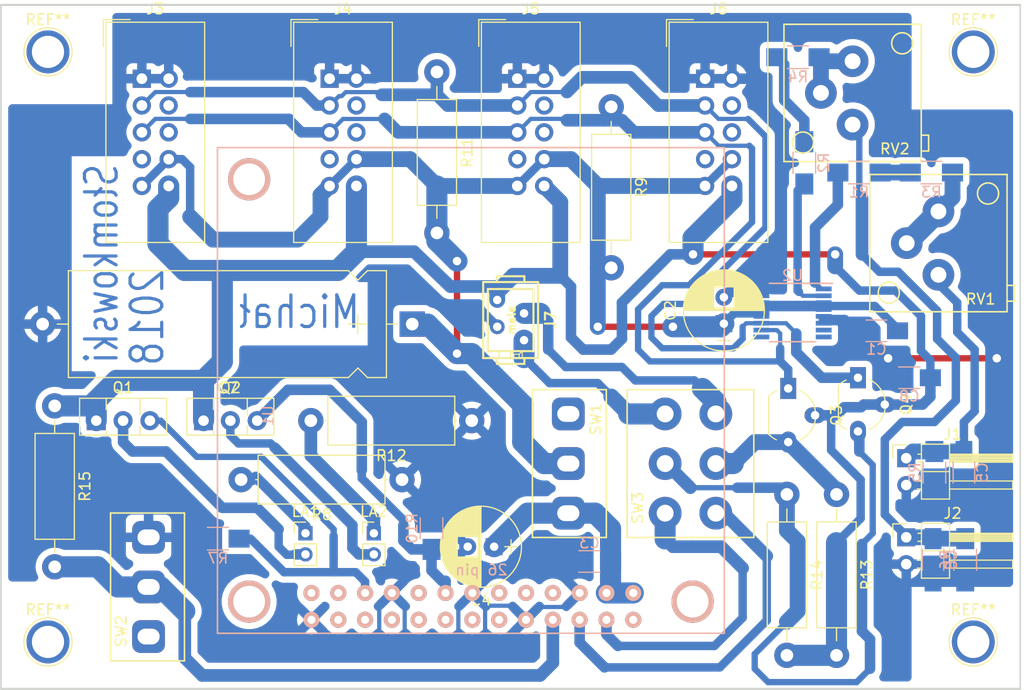
<source format=kicad_pcb>
(kicad_pcb (version 20171130) (host pcbnew 5.0.1)
  (layers (0 F.Cu signal) (31 B.Cu signal) (34 B.Paste user) (35 F.Paste user) (36 B.SilkS user) (37 F.SilkS user) (38 B.Mask user) (39 F.Mask user) (44 Edge.Cuts user))
  (net 0 "")
  (net 1 +5V)
  (net 2 GND)
  (net 3 "Net-(C3-Pad1)")
  (net 4 "Net-(C5-Pad2)")
  (net 5 "Net-(C6-Pad2)")
  (net 6 +3V3)
  (net 7 SCL)
  (net 8 SDA)
  (net 9 "Net-(J7-Pad3)")
  (net 10 "Net-(J7-Pad1)")
  (net 11 "Net-(LA1-Pad2)")
  (net 12 "Net-(LA1-Pad1)")
  (net 13 "Net-(LA2-Pad1)")
  (net 14 "Net-(LA2-Pad2)")
  (net 15 LAMP1)
  (net 16 LAMP2)
  (net 17 "Net-(Q3-Pad3)")
  (net 18 "Net-(Q4-Pad3)")
  (net 19 "Net-(R1-Pad2)")
  (net 20 "Net-(R1-Pad1)")
  (net 21 "Net-(R2-Pad1)")
  (net 22 "Net-(R2-Pad2)")
  (net 23 "Net-(R3-Pad2)")
  (net 24 "Net-(R4-Pad2)")
  (net 25 BUTTON)
  (net 26 OPI_SCL)
  (net 27 OPI_SDA)
  (module IDC-Header:IDC-Header_2x05_P2.54mm_Vertical (layer F.Cu) (at 39.37 125.095)
    (fp_text reference J3 (at 1.27 -6.604) (layer F.SilkS))
    (fp_text value Conn_02x05_Odd_Even)
    (pad 10 thru_hole oval (at 2.54 10.16) (size 1.7272 1.7272) (drill 1.016) (layers *.Cu *.Mask) (net 6 +3V3))
    (pad 9 thru_hole oval (at 0 10.16) (size 1.7272 1.7272) (drill 1.016) (layers *.Cu *.Mask) (net 1 +5V))
    (pad 8 thru_hole oval (at 2.54 7.62) (size 1.7272 1.7272) (drill 1.016) (layers *.Cu *.Mask) (net 1 +5V))
    (pad 7 thru_hole oval (at 0 7.62) (size 1.7272 1.7272) (drill 1.016) (layers *.Cu *.Mask))
    (pad 6 thru_hole oval (at 2.54 5.08) (size 1.7272 1.7272) (drill 1.016) (layers *.Cu *.Mask))
    (pad 5 thru_hole oval (at 0 5.08) (size 1.7272 1.7272) (drill 1.016) (layers *.Cu *.Mask) (net 7 SCL))
    (pad 4 thru_hole oval (at 2.54 2.54) (size 1.7272 1.7272) (drill 1.016) (layers *.Cu *.Mask))
    (pad 3 thru_hole oval (at 0 2.54) (size 1.7272 1.7272) (drill 1.016) (layers *.Cu *.Mask) (net 8 SDA))
    (pad 2 thru_hole oval (at 2.54 0) (size 1.7272 1.7272) (drill 1.016) (layers *.Cu *.Mask) (net 2 GND))
    (pad 1 thru_hole rect (at 0 0) (size 1.7272 1.7272) (drill 1.016) (layers *.Cu *.Mask) (net 2 GND))
  )
  (module orangepi-zero:orangepi-zero (layer B.Cu) (at 94.53 131.62 270)
    (fp_text reference U1 (at 25.4 43.18 270) (layer B.SilkS) (effects (justify mirror)))
    (fp_text value orange_pi_zero)
    (fp_text user "26 pin" (at 40 23 180) (layer B.SilkS) (effects (justify mirror)))
    (pad "" thru_hole circle (at 43 45 270) (size 4 4) (drill 3) (layers *.Cu *.Mask B.SilkS))
    (pad 101 thru_hole circle (at 44.72 8.62 270) (size 1.524 1.524) (drill 0.762) (layers *.Cu *.Mask B.SilkS))
    (pad 102 thru_hole circle (at 42.18 8.62 270) (size 1.524 1.524) (drill 0.762) (layers *.Cu *.Mask B.SilkS) (net 3 "Net-(C3-Pad1)"))
    (pad 103 thru_hole circle (at 44.72 11.16 270) (size 1.524 1.524) (drill 0.762) (layers *.Cu *.Mask B.SilkS) (net 27 OPI_SDA))
    (pad 104 thru_hole circle (at 42.18 11.16 270) (size 1.524 1.524) (drill 0.762) (layers *.Cu *.Mask B.SilkS) (net 3 "Net-(C3-Pad1)"))
    (pad 105 thru_hole circle (at 44.72 13.7 270) (size 1.524 1.524) (drill 0.762) (layers *.Cu *.Mask B.SilkS) (net 26 OPI_SCL))
    (pad 106 thru_hole circle (at 42.18 13.7 270) (size 1.524 1.524) (drill 0.762) (layers *.Cu *.Mask B.SilkS) (net 2 GND))
    (pad 107 thru_hole circle (at 44.72 16.24 270) (size 1.524 1.524) (drill 0.762) (layers *.Cu *.Mask B.SilkS) (net 25 BUTTON))
    (pad 108 thru_hole circle (at 42.18 16.24 270) (size 1.524 1.524) (drill 0.762) (layers *.Cu *.Mask B.SilkS))
    (pad 109 thru_hole circle (at 44.72 18.78 270) (size 1.524 1.524) (drill 0.762) (layers *.Cu *.Mask B.SilkS) (net 2 GND))
    (pad 110 thru_hole circle (at 42.18 18.78 270) (size 1.524 1.524) (drill 0.762) (layers *.Cu *.Mask B.SilkS))
    (pad 111 thru_hole circle (at 44.72 21.32 270) (size 1.524 1.524) (drill 0.762) (layers *.Cu *.Mask B.SilkS))
    (pad 112 thru_hole circle (at 42.18 21.32 270) (size 1.524 1.524) (drill 0.762) (layers *.Cu *.Mask B.SilkS))
    (pad 113 thru_hole circle (at 44.72 23.86 270) (size 1.524 1.524) (drill 0.762) (layers *.Cu *.Mask B.SilkS))
    (pad 114 thru_hole circle (at 42.18 23.86 270) (size 1.524 1.524) (drill 0.762) (layers *.Cu *.Mask B.SilkS) (net 2 GND))
    (pad 115 thru_hole circle (at 44.72 26.4 270) (size 1.524 1.524) (drill 0.762) (layers *.Cu *.Mask B.SilkS))
    (pad 116 thru_hole circle (at 42.18 26.4 270) (size 1.524 1.524) (drill 0.762) (layers *.Cu *.Mask B.SilkS) (net 16 LAMP2))
    (pad 117 thru_hole circle (at 44.72 28.94 270) (size 1.524 1.524) (drill 0.762) (layers *.Cu *.Mask B.SilkS))
    (pad 118 thru_hole circle (at 42.18 28.94 270) (size 1.524 1.524) (drill 0.762) (layers *.Cu *.Mask B.SilkS))
    (pad 119 thru_hole circle (at 44.72 31.48 270) (size 1.524 1.524) (drill 0.762) (layers *.Cu *.Mask B.SilkS))
    (pad 120 thru_hole circle (at 42.18 31.48 270) (size 1.524 1.524) (drill 0.762) (layers *.Cu *.Mask B.SilkS) (net 2 GND))
    (pad 121 thru_hole circle (at 44.72 34.02 270) (size 1.524 1.524) (drill 0.762) (layers *.Cu *.Mask B.SilkS))
    (pad 122 thru_hole circle (at 42.18 34.02 270) (size 1.524 1.524) (drill 0.762) (layers *.Cu *.Mask B.SilkS) (net 15 LAMP1))
    (pad 123 thru_hole circle (at 44.72 36.56 270) (size 1.524 1.524) (drill 0.762) (layers *.Cu *.Mask B.SilkS))
    (pad 124 thru_hole circle (at 42.18 36.56 270) (size 1.524 1.524) (drill 0.762) (layers *.Cu *.Mask B.SilkS))
    (pad 125 thru_hole circle (at 44.72 39.1 270) (size 1.524 1.524) (drill 0.762) (layers *.Cu *.Mask B.SilkS) (net 2 GND))
    (pad 126 thru_hole circle (at 42.18 39.1 270) (size 1.524 1.524) (drill 0.762) (layers *.Cu *.Mask B.SilkS))
    (pad "" thru_hole circle (at 3 45 270) (size 4 4) (drill 3) (layers *.Cu *.Mask B.SilkS))
    (pad "" thru_hole circle (at 43 3 270) (size 4 4) (drill 3) (layers *.Cu *.Mask B.SilkS))
  )
  (module Capacitors_SMD:C_1206_HandSoldering (layer B.Cu) (at 108.934 148.971)
    (fp_text reference C1 (at 0 1.75) (layer B.SilkS) (effects (justify mirror)))
    (fp_text value 100n)
    (pad 2 smd rect (at 2 0) (size 2 1.6) (layers B.Cu B.Paste B.Mask) (net 1 +5V))
    (pad 1 smd rect (at -2 0) (size 2 1.6) (layers B.Cu B.Paste B.Mask) (net 2 GND))
  )
  (module Capacitors_ThroughHole:CP_Radial_D7.5mm_P2.50mm (layer F.Cu) (at 94.488 148.296 90)
    (fp_text reference C2 (at 1.25 -5.06 90) (layer F.SilkS))
    (fp_text value 47u)
    (pad 2 thru_hole circle (at 2.5 0 90) (size 1.6 1.6) (drill 0.8) (layers *.Cu *.Mask) (net 2 GND))
    (pad 1 thru_hole rect (at 0 0 90) (size 1.6 1.6) (drill 0.8) (layers *.Cu *.Mask) (net 1 +5V))
  )
  (module Capacitors_SMD:C_1206_HandSoldering (layer B.Cu) (at 81.756 170.815 180)
    (fp_text reference C3 (at 0 1.75 180) (layer B.SilkS) (effects (justify mirror)))
    (fp_text value 100n)
    (pad 2 smd rect (at 2 0 180) (size 2 1.6) (layers B.Cu B.Paste B.Mask) (net 2 GND))
    (pad 1 smd rect (at -2 0 180) (size 2 1.6) (layers B.Cu B.Paste B.Mask) (net 3 "Net-(C3-Pad1)"))
  )
  (module Capacitors_ThroughHole:CP_Radial_D7.5mm_P2.50mm (layer F.Cu) (at 72.731 169.418 180)
    (fp_text reference C4 (at 1.25 -5.06 180) (layer F.SilkS))
    (fp_text value 47u)
    (pad 1 thru_hole rect (at 0 0 180) (size 1.6 1.6) (drill 0.8) (layers *.Cu *.Mask) (net 3 "Net-(C3-Pad1)"))
    (pad 2 thru_hole circle (at 2.5 0 180) (size 1.6 1.6) (drill 0.8) (layers *.Cu *.Mask) (net 2 GND))
  )
  (module Capacitors_SMD:C_1206_HandSoldering (layer B.Cu) (at 117.221 162.401 90)
    (fp_text reference C5 (at 0 1.75 90) (layer B.SilkS) (effects (justify mirror)))
    (fp_text value 100n)
    (pad 2 smd rect (at 2 0 90) (size 2 1.6) (layers B.Cu B.Paste B.Mask) (net 4 "Net-(C5-Pad2)"))
    (pad 1 smd rect (at -2 0 90) (size 2 1.6) (layers B.Cu B.Paste B.Mask) (net 2 GND))
  )
  (module Capacitors_SMD:C_1206_HandSoldering (layer B.Cu) (at 114.3 170.656 90)
    (fp_text reference C6 (at 0 1.75 90) (layer B.SilkS) (effects (justify mirror)))
    (fp_text value 100n)
    (pad 1 smd rect (at -2 0 90) (size 2 1.6) (layers B.Cu B.Paste B.Mask) (net 2 GND))
    (pad 2 smd rect (at 2 0 90) (size 2 1.6) (layers B.Cu B.Paste B.Mask) (net 5 "Net-(C6-Pad2)"))
  )
  (module Capacitors_ThroughHole:CP_Axial_L30.0mm_D10.0mm_P35.00mm_Horizontal (layer F.Cu) (at 64.972 148.336 180)
    (fp_text reference C7 (at 17.5 -6.06 180) (layer F.SilkS))
    (fp_text value 1000u)
    (pad 2 thru_hole oval (at 35 0 180) (size 2.4 2.4) (drill 1.2) (layers *.Cu *.Mask) (net 2 GND))
    (pad 1 thru_hole rect (at 0 0 180) (size 2.4 2.4) (drill 1.2) (layers *.Cu *.Mask) (net 1 +5V))
  )
  (module Pin_Headers:Pin_Header_Angled_1x02_Pitch2.54mm (layer F.Cu) (at 111.76 161.036)
    (fp_text reference J1 (at 4.385 -2.27) (layer F.SilkS))
    (fp_text value Conn_01x02_Male)
    (pad 2 thru_hole oval (at 0 2.54) (size 1.7 1.7) (drill 1) (layers *.Cu *.Mask) (net 2 GND))
    (pad 1 thru_hole rect (at 0 0) (size 1.7 1.7) (drill 1) (layers *.Cu *.Mask) (net 4 "Net-(C5-Pad2)"))
  )
  (module Pin_Headers:Pin_Header_Angled_1x02_Pitch2.54mm (layer F.Cu) (at 111.76 168.529)
    (fp_text reference J2 (at 4.385 -2.27) (layer F.SilkS))
    (fp_text value Conn_01x02_Male)
    (pad 1 thru_hole rect (at 0 0) (size 1.7 1.7) (drill 1) (layers *.Cu *.Mask) (net 5 "Net-(C6-Pad2)"))
    (pad 2 thru_hole oval (at 0 2.54) (size 1.7 1.7) (drill 1) (layers *.Cu *.Mask) (net 2 GND))
  )
  (module IDC-Header:IDC-Header_2x05_P2.54mm_Vertical (layer F.Cu) (at 57.15 125.095)
    (fp_text reference J4 (at 1.27 -6.604) (layer F.SilkS))
    (fp_text value Conn_02x05_Odd_Even)
    (pad 1 thru_hole rect (at 0 0) (size 1.7272 1.7272) (drill 1.016) (layers *.Cu *.Mask) (net 2 GND))
    (pad 2 thru_hole oval (at 2.54 0) (size 1.7272 1.7272) (drill 1.016) (layers *.Cu *.Mask) (net 2 GND))
    (pad 3 thru_hole oval (at 0 2.54) (size 1.7272 1.7272) (drill 1.016) (layers *.Cu *.Mask) (net 8 SDA))
    (pad 4 thru_hole oval (at 2.54 2.54) (size 1.7272 1.7272) (drill 1.016) (layers *.Cu *.Mask))
    (pad 5 thru_hole oval (at 0 5.08) (size 1.7272 1.7272) (drill 1.016) (layers *.Cu *.Mask) (net 7 SCL))
    (pad 6 thru_hole oval (at 2.54 5.08) (size 1.7272 1.7272) (drill 1.016) (layers *.Cu *.Mask))
    (pad 7 thru_hole oval (at 0 7.62) (size 1.7272 1.7272) (drill 1.016) (layers *.Cu *.Mask))
    (pad 8 thru_hole oval (at 2.54 7.62) (size 1.7272 1.7272) (drill 1.016) (layers *.Cu *.Mask) (net 1 +5V))
    (pad 9 thru_hole oval (at 0 10.16) (size 1.7272 1.7272) (drill 1.016) (layers *.Cu *.Mask) (net 1 +5V))
    (pad 10 thru_hole oval (at 2.54 10.16) (size 1.7272 1.7272) (drill 1.016) (layers *.Cu *.Mask) (net 6 +3V3))
  )
  (module IDC-Header:IDC-Header_2x05_P2.54mm_Vertical (layer F.Cu) (at 74.93 125.095)
    (fp_text reference J5 (at 1.27 -6.604) (layer F.SilkS))
    (fp_text value Conn_02x05_Odd_Even)
    (pad 1 thru_hole rect (at 0 0) (size 1.7272 1.7272) (drill 1.016) (layers *.Cu *.Mask) (net 2 GND))
    (pad 2 thru_hole oval (at 2.54 0) (size 1.7272 1.7272) (drill 1.016) (layers *.Cu *.Mask) (net 2 GND))
    (pad 3 thru_hole oval (at 0 2.54) (size 1.7272 1.7272) (drill 1.016) (layers *.Cu *.Mask) (net 8 SDA))
    (pad 4 thru_hole oval (at 2.54 2.54) (size 1.7272 1.7272) (drill 1.016) (layers *.Cu *.Mask))
    (pad 5 thru_hole oval (at 0 5.08) (size 1.7272 1.7272) (drill 1.016) (layers *.Cu *.Mask) (net 7 SCL))
    (pad 6 thru_hole oval (at 2.54 5.08) (size 1.7272 1.7272) (drill 1.016) (layers *.Cu *.Mask))
    (pad 7 thru_hole oval (at 0 7.62) (size 1.7272 1.7272) (drill 1.016) (layers *.Cu *.Mask))
    (pad 8 thru_hole oval (at 2.54 7.62) (size 1.7272 1.7272) (drill 1.016) (layers *.Cu *.Mask) (net 1 +5V))
    (pad 9 thru_hole oval (at 0 10.16) (size 1.7272 1.7272) (drill 1.016) (layers *.Cu *.Mask) (net 1 +5V))
    (pad 10 thru_hole oval (at 2.54 10.16) (size 1.7272 1.7272) (drill 1.016) (layers *.Cu *.Mask) (net 6 +3V3))
  )
  (module IDC-Header:IDC-Header_2x05_P2.54mm_Vertical (layer F.Cu) (at 92.71 125.095)
    (fp_text reference J6 (at 1.27 -6.604) (layer F.SilkS))
    (fp_text value Conn_02x05_Odd_Even)
    (pad 10 thru_hole oval (at 2.54 10.16) (size 1.7272 1.7272) (drill 1.016) (layers *.Cu *.Mask) (net 6 +3V3))
    (pad 9 thru_hole oval (at 0 10.16) (size 1.7272 1.7272) (drill 1.016) (layers *.Cu *.Mask) (net 1 +5V))
    (pad 8 thru_hole oval (at 2.54 7.62) (size 1.7272 1.7272) (drill 1.016) (layers *.Cu *.Mask) (net 1 +5V))
    (pad 7 thru_hole oval (at 0 7.62) (size 1.7272 1.7272) (drill 1.016) (layers *.Cu *.Mask))
    (pad 6 thru_hole oval (at 2.54 5.08) (size 1.7272 1.7272) (drill 1.016) (layers *.Cu *.Mask))
    (pad 5 thru_hole oval (at 0 5.08) (size 1.7272 1.7272) (drill 1.016) (layers *.Cu *.Mask) (net 7 SCL))
    (pad 4 thru_hole oval (at 2.54 2.54) (size 1.7272 1.7272) (drill 1.016) (layers *.Cu *.Mask))
    (pad 3 thru_hole oval (at 0 2.54) (size 1.7272 1.7272) (drill 1.016) (layers *.Cu *.Mask) (net 8 SDA))
    (pad 2 thru_hole oval (at 2.54 0) (size 1.7272 1.7272) (drill 1.016) (layers *.Cu *.Mask) (net 2 GND))
    (pad 1 thru_hole rect (at 0 0) (size 1.7272 1.7272) (drill 1.016) (layers *.Cu *.Mask) (net 2 GND))
  )
  (module Pin_Headers:Pin_Header_Straight_1x02_Pitch2.00mm (layer F.Cu) (at 54.864 168.148)
    (fp_text reference LA1 (at 0 -2.06) (layer F.SilkS))
    (fp_text value Lamp)
    (pad 2 thru_hole oval (at 0 2) (size 1.35 1.35) (drill 0.8) (layers *.Cu *.Mask) (net 11 "Net-(LA1-Pad2)"))
    (pad 1 thru_hole rect (at 0 0) (size 1.35 1.35) (drill 0.8) (layers *.Cu *.Mask) (net 12 "Net-(LA1-Pad1)"))
  )
  (module Pin_Headers:Pin_Header_Straight_1x02_Pitch2.00mm (layer F.Cu) (at 61.341 168.148)
    (fp_text reference LA2 (at 0 -2.06) (layer F.SilkS))
    (fp_text value Lamp)
    (pad 1 thru_hole rect (at 0 0) (size 1.35 1.35) (drill 0.8) (layers *.Cu *.Mask) (net 13 "Net-(LA2-Pad1)"))
    (pad 2 thru_hole oval (at 0 2) (size 1.35 1.35) (drill 0.8) (layers *.Cu *.Mask) (net 14 "Net-(LA2-Pad2)"))
  )
  (module TO_SOT_Packages_THT:TO-126_Vertical (layer F.Cu) (at 35.052 157.48)
    (fp_text reference Q1 (at 2.54 -3.12) (layer F.SilkS))
    (fp_text value BD227)
    (pad 1 thru_hole rect (at 0 0) (size 1.8 1.8) (drill 1) (layers *.Cu *.Mask) (net 6 +3V3))
    (pad 2 thru_hole oval (at 2.54 0) (size 1.8 1.8) (drill 1) (layers *.Cu *.Mask) (net 11 "Net-(LA1-Pad2)"))
    (pad 3 thru_hole oval (at 5.08 0) (size 1.8 1.8) (drill 1) (layers *.Cu *.Mask) (net 15 LAMP1))
  )
  (module TO_SOT_Packages_THT:TO-126_Vertical (layer F.Cu) (at 45.212 157.48)
    (fp_text reference Q2 (at 2.54 -3.12) (layer F.SilkS))
    (fp_text value BD227)
    (pad 3 thru_hole oval (at 5.08 0) (size 1.8 1.8) (drill 1) (layers *.Cu *.Mask) (net 16 LAMP2))
    (pad 2 thru_hole oval (at 2.54 0) (size 1.8 1.8) (drill 1) (layers *.Cu *.Mask) (net 14 "Net-(LA2-Pad2)"))
    (pad 1 thru_hole rect (at 0 0) (size 1.8 1.8) (drill 1) (layers *.Cu *.Mask) (net 6 +3V3))
  )
  (module TO_SOT_Packages_THT:TO-92_Molded_Wide_Oval (layer F.Cu) (at 100.584 154.432 270)
    (fp_text reference Q3 (at 2.54 -4.57 270) (layer F.SilkS))
    (fp_text value BSN10A)
    (pad 2 thru_hole oval (at 2.54 -2.54) (size 2 1.5) (drill 0.8) (layers *.Cu *.Mask) (net 6 +3V3))
    (pad 1 thru_hole rect (at 0 0) (size 1.5 2) (drill 0.8) (layers *.Cu *.Mask) (net 7 SCL))
    (pad 3 thru_hole oval (at 5.08 0) (size 1.5 2) (drill 0.8) (layers *.Cu *.Mask) (net 17 "Net-(Q3-Pad3)"))
  )
  (module TO_SOT_Packages_THT:TO-92_Molded_Wide_Oval (layer F.Cu) (at 107.188 153.416 270)
    (fp_text reference Q4 (at 2.54 -4.57 270) (layer F.SilkS))
    (fp_text value BSN10A)
    (pad 3 thru_hole oval (at 5.08 0) (size 1.5 2) (drill 0.8) (layers *.Cu *.Mask) (net 18 "Net-(Q4-Pad3)"))
    (pad 1 thru_hole rect (at 0 0) (size 1.5 2) (drill 0.8) (layers *.Cu *.Mask) (net 8 SDA))
    (pad 2 thru_hole oval (at 2.54 -2.54) (size 2 1.5) (drill 0.8) (layers *.Cu *.Mask) (net 6 +3V3))
  )
  (module Resistors_SMD:R_1206_HandSoldering (layer B.Cu) (at 107.283 133.985)
    (fp_text reference R1 (at 0 1.85) (layer B.SilkS) (effects (justify mirror)))
    (fp_text value 22k)
    (pad 2 smd rect (at 2 0) (size 2 1.7) (layers B.Cu B.Paste B.Mask) (net 19 "Net-(R1-Pad2)"))
    (pad 1 smd rect (at -2 0) (size 2 1.7) (layers B.Cu B.Paste B.Mask) (net 20 "Net-(R1-Pad1)"))
  )
  (module Resistors_SMD:R_1206_HandSoldering (layer B.Cu) (at 102.108 133.064 90)
    (fp_text reference R2 (at 0 1.85 90) (layer B.SilkS) (effects (justify mirror)))
    (fp_text value 22k)
    (pad 1 smd rect (at -2 0 90) (size 2 1.7) (layers B.Cu B.Paste B.Mask) (net 21 "Net-(R2-Pad1)"))
    (pad 2 smd rect (at 2 0 90) (size 2 1.7) (layers B.Cu B.Paste B.Mask) (net 22 "Net-(R2-Pad2)"))
  )
  (module Resistors_ThroughHole:R_Axial_DIN0414_L11.9mm_D4.5mm_P15.24mm_Horizontal (layer F.Cu) (at 64.008 163.068 180)
    (fp_text reference R8 (at 7.62 -3.31 180) (layer F.SilkS))
    (fp_text value 27)
    (pad 1 thru_hole circle (at 0 0 180) (size 2.4 2.4) (drill 1.2) (layers *.Cu *.Mask) (net 2 GND))
    (pad 2 thru_hole oval (at 15.24 0 180) (size 2.4 2.4) (drill 1.2) (layers *.Cu *.Mask) (net 12 "Net-(LA1-Pad1)"))
  )
  (module Resistors_ThroughHole:R_Axial_DIN0411_L9.9mm_D3.6mm_P15.24mm_Horizontal (layer F.Cu) (at 83.82 127.762 270)
    (fp_text reference R9 (at 7.62 -2.86 270) (layer F.SilkS))
    (fp_text value 3k6)
    (pad 2 thru_hole oval (at 15.24 0 270) (size 2.4 2.4) (drill 1.2) (layers *.Cu *.Mask) (net 1 +5V))
    (pad 1 thru_hole circle (at 0 0 270) (size 2.4 2.4) (drill 1.2) (layers *.Cu *.Mask) (net 7 SCL))
  )
  (module Resistors_ThroughHole:R_Axial_DIN0411_L9.9mm_D3.6mm_P15.24mm_Horizontal (layer F.Cu) (at 67.31 124.46 270)
    (fp_text reference R11 (at 7.62 -2.86 270) (layer F.SilkS))
    (fp_text value 3k6)
    (pad 1 thru_hole circle (at 0 0 270) (size 2.4 2.4) (drill 1.2) (layers *.Cu *.Mask) (net 8 SDA))
    (pad 2 thru_hole oval (at 15.24 0 270) (size 2.4 2.4) (drill 1.2) (layers *.Cu *.Mask) (net 1 +5V))
  )
  (module Resistors_ThroughHole:R_Axial_DIN0414_L11.9mm_D4.5mm_P15.24mm_Horizontal (layer F.Cu) (at 70.612 157.48 180)
    (fp_text reference R12 (at 7.62 -3.31 180) (layer F.SilkS))
    (fp_text value 27)
    (pad 2 thru_hole oval (at 15.24 0 180) (size 2.4 2.4) (drill 1.2) (layers *.Cu *.Mask) (net 13 "Net-(LA2-Pad1)"))
    (pad 1 thru_hole circle (at 0 0 180) (size 2.4 2.4) (drill 1.2) (layers *.Cu *.Mask) (net 2 GND))
  )
  (module Resistors_ThroughHole:R_Axial_DIN0411_L9.9mm_D3.6mm_P15.24mm_Horizontal (layer F.Cu) (at 105.156 164.465 270)
    (fp_text reference R13 (at 7.62 -2.86 270) (layer F.SilkS))
    (fp_text value 3k6)
    (pad 2 thru_hole oval (at 15.24 0 270) (size 2.4 2.4) (drill 1.2) (layers *.Cu *.Mask) (net 6 +3V3))
    (pad 1 thru_hole circle (at 0 0 270) (size 2.4 2.4) (drill 1.2) (layers *.Cu *.Mask) (net 17 "Net-(Q3-Pad3)"))
  )
  (module Resistors_ThroughHole:R_Axial_DIN0411_L9.9mm_D3.6mm_P15.24mm_Horizontal (layer F.Cu) (at 100.457 164.465 270)
    (fp_text reference R14 (at 7.62 -2.86 270) (layer F.SilkS))
    (fp_text value 3k6)
    (pad 1 thru_hole circle (at 0 0 270) (size 2.4 2.4) (drill 1.2) (layers *.Cu *.Mask) (net 18 "Net-(Q4-Pad3)"))
    (pad 2 thru_hole oval (at 15.24 0 270) (size 2.4 2.4) (drill 1.2) (layers *.Cu *.Mask) (net 6 +3V3))
  )
  (module Resistors_ThroughHole:R_Axial_DIN0411_L9.9mm_D3.6mm_P15.24mm_Horizontal (layer F.Cu) (at 31.115 156.083 270)
    (fp_text reference R15 (at 7.62 -2.86 270) (layer F.SilkS))
    (fp_text value 4k7)
    (pad 2 thru_hole oval (at 15.24 0 270) (size 2.4 2.4) (drill 1.2) (layers *.Cu *.Mask) (net 25 BUTTON))
    (pad 1 thru_hole circle (at 0 0 270) (size 2.4 2.4) (drill 1.2) (layers *.Cu *.Mask) (net 6 +3V3))
  )
  (module SP5-2:SP5-2 (layer F.Cu) (at 114.808 140.668 180)
    (fp_text reference RV1 (at -4 -5.3 180) (layer F.SilkS))
    (fp_text value 1k)
    (pad 1 thru_hole circle (at 0 -3 180) (size 3 3) (drill 1.5) (layers *.Cu *.Mask) (net 4 "Net-(C5-Pad2)"))
    (pad 2 thru_hole circle (at 3 0 180) (size 3 3) (drill 1.5) (layers *.Cu *.Mask) (net 23 "Net-(R3-Pad2)"))
    (pad 3 thru_hole circle (at 0 3 180) (size 3 3) (drill 1.5) (layers *.Cu *.Mask) (net 23 "Net-(R3-Pad2)"))
  )
  (module SP5-2:SP5-2 (layer F.Cu) (at 106.68 126.444 180)
    (fp_text reference RV2 (at -4 -5.3 180) (layer F.SilkS))
    (fp_text value 1k)
    (pad 3 thru_hole circle (at 0 3 180) (size 3 3) (drill 1.5) (layers *.Cu *.Mask) (net 24 "Net-(R4-Pad2)"))
    (pad 2 thru_hole circle (at 3 0 180) (size 3 3) (drill 1.5) (layers *.Cu *.Mask) (net 24 "Net-(R4-Pad2)"))
    (pad 1 thru_hole circle (at 0 -3 180) (size 3 3) (drill 1.5) (layers *.Cu *.Mask) (net 5 "Net-(C6-Pad2)"))
  )
  (module SPDT:SPDT (layer F.Cu) (at 77.356 161.544 270)
    (fp_text reference SW1 (at -4.2 -5 270) (layer F.SilkS))
    (fp_text value SW_SPST)
    (pad 2 thru_hole roundrect (at 0 -2.4 270) (size 3.1 3.1) (drill oval 1.5 2.1) (layers *.Cu *.Mask) (net 1 +5V))
    (pad 1 thru_hole roundrect (at 4.7 -2.4 270) (size 3.1 3.1) (drill oval 1.5 2.1) (layers *.Cu *.Mask) (net 3 "Net-(C3-Pad1)"))
    (pad 3 thru_hole roundrect (at -4.7 -2.4 270) (size 3.1 3.1) (drill oval 1.5 2.1) (layers *.Cu *.Mask))
  )
  (module SPDT:SPDT (layer F.Cu) (at 42.405 173.228 90)
    (fp_text reference SW2 (at -4.2 -5 90) (layer F.SilkS))
    (fp_text value SW_Push)
    (pad 3 thru_hole roundrect (at -4.7 -2.4 90) (size 3.1 3.1) (drill oval 1.5 2.1) (layers *.Cu *.Mask))
    (pad 1 thru_hole roundrect (at 4.7 -2.4 90) (size 3.1 3.1) (drill oval 1.5 2.1) (layers *.Cu *.Mask) (net 2 GND))
    (pad 2 thru_hole roundrect (at 0 -2.4 90) (size 3.1 3.1) (drill oval 1.5 2.1) (layers *.Cu *.Mask) (net 25 BUTTON))
  )
  (module APEM_5246:APEM_5246 (layer F.Cu) (at 91.326 161.544 90)
    (fp_text reference SW3 (at -4.2 -5 90) (layer F.SilkS))
    (fp_text value SW_DPDT_x2)
    (pad 6 thru_hole circle (at -4.7 2.4 90) (size 3.1 3.1) (drill 1.6) (layers *.Cu *.Mask) (net 26 OPI_SCL))
    (pad 3 thru_hole circle (at -4.7 -2.4 90) (size 3.1 3.1) (drill 1.6) (layers *.Cu *.Mask) (net 27 OPI_SDA))
    (pad 4 thru_hole circle (at 4.7 2.4 90) (size 3.1 3.1) (drill 1.6) (layers *.Cu *.Mask) (net 9 "Net-(J7-Pad3)"))
    (pad 1 thru_hole circle (at 4.7 -2.4 90) (size 3.1 3.1) (drill 1.6) (layers *.Cu *.Mask) (net 10 "Net-(J7-Pad1)"))
    (pad 5 thru_hole circle (at 0 2.4 90) (size 3.1 3.1) (drill 1.6) (layers *.Cu *.Mask) (net 17 "Net-(Q3-Pad3)"))
    (pad 2 thru_hole circle (at 0 -2.4 90) (size 3.1 3.1) (drill 1.6) (layers *.Cu *.Mask) (net 18 "Net-(Q4-Pad3)"))
  )
  (module Housings_SSOP:TSSOP-16_4.4x5mm_Pitch0.65mm (layer B.Cu) (at 100.994 147.279 180)
    (fp_text reference U2 (at 0 3.55 180) (layer B.SilkS) (effects (justify mirror)))
    (fp_text value DAC5573)
    (pad 16 smd rect (at 2.95 2.275 180) (size 1.5 0.45) (layers B.Cu B.Paste B.Mask) (net 2 GND))
    (pad 15 smd rect (at 2.95 1.625 180) (size 1.5 0.45) (layers B.Cu B.Paste B.Mask) (net 2 GND))
    (pad 14 smd rect (at 2.95 0.975 180) (size 1.5 0.45) (layers B.Cu B.Paste B.Mask) (net 1 +5V))
    (pad 13 smd rect (at 2.95 0.325 180) (size 1.5 0.45) (layers B.Cu B.Paste B.Mask) (net 1 +5V))
    (pad 12 smd rect (at 2.95 -0.325 180) (size 1.5 0.45) (layers B.Cu B.Paste B.Mask) (net 1 +5V))
    (pad 11 smd rect (at 2.95 -0.975 180) (size 1.5 0.45) (layers B.Cu B.Paste B.Mask) (net 8 SDA))
    (pad 10 smd rect (at 2.95 -1.625 180) (size 1.5 0.45) (layers B.Cu B.Paste B.Mask) (net 7 SCL))
    (pad 9 smd rect (at 2.95 -2.275 180) (size 1.5 0.45) (layers B.Cu B.Paste B.Mask))
    (pad 8 smd rect (at -2.95 -2.275 180) (size 1.5 0.45) (layers B.Cu B.Paste B.Mask))
    (pad 7 smd rect (at -2.95 -1.625 180) (size 1.5 0.45) (layers B.Cu B.Paste B.Mask))
    (pad 6 smd rect (at -2.95 -0.975 180) (size 1.5 0.45) (layers B.Cu B.Paste B.Mask) (net 2 GND))
    (pad 5 smd rect (at -2.95 -0.325 180) (size 1.5 0.45) (layers B.Cu B.Paste B.Mask) (net 2 GND))
    (pad 4 smd rect (at -2.95 0.325 180) (size 1.5 0.45) (layers B.Cu B.Paste B.Mask) (net 1 +5V))
    (pad 3 smd rect (at -2.95 0.975 180) (size 1.5 0.45) (layers B.Cu B.Paste B.Mask) (net 1 +5V))
    (pad 2 smd rect (at -2.95 1.625 180) (size 1.5 0.45) (layers B.Cu B.Paste B.Mask) (net 21 "Net-(R2-Pad1)"))
    (pad 1 smd rect (at -2.95 2.275 180) (size 1.5 0.45) (layers B.Cu B.Paste B.Mask) (net 20 "Net-(R1-Pad1)"))
  )
  (module Connect:1pin (layer F.Cu) (at 30.48 122.555)
    (fp_text reference REF** (at 0 -3.048) (layer F.SilkS))
    (fp_text value 1pin)
    (pad 1 thru_hole circle (at 0 0) (size 4.064 4.064) (drill 3.048) (layers *.Cu *.Mask))
  )
  (module Connect:1pin (layer F.Cu) (at 30.48 178.435)
    (fp_text reference REF** (at 0 -3.048) (layer F.SilkS))
    (fp_text value 1pin)
    (pad 1 thru_hole circle (at 0 0) (size 4.064 4.064) (drill 3.048) (layers *.Cu *.Mask))
  )
  (module Connect:1pin (layer F.Cu) (at 118.11 178.435)
    (fp_text reference REF** (at 0 -3.048) (layer F.SilkS))
    (fp_text value 1pin)
    (pad 1 thru_hole circle (at 0 0) (size 4.064 4.064) (drill 3.048) (layers *.Cu *.Mask))
  )
  (module Connect:1pin (layer F.Cu) (at 118.11 122.555)
    (fp_text reference REF** (at 0 -3.048) (layer F.SilkS))
    (fp_text value 1pin)
    (pad 1 thru_hole circle (at 0 0) (size 4.064 4.064) (drill 3.048) (layers *.Cu *.Mask))
  )
  (module Resistors_SMD:R_1206_HandSoldering (layer B.Cu) (at 114.427 162.401 270)
    (fp_text reference R5 (at 0 1.85 270) (layer B.SilkS) (effects (justify mirror)))
    (fp_text value 22k)
    (pad 2 smd rect (at 2 0 270) (size 2 1.7) (layers B.Cu B.Paste B.Mask) (net 2 GND))
    (pad 1 smd rect (at -2 0 270) (size 2 1.7) (layers B.Cu B.Paste B.Mask) (net 4 "Net-(C5-Pad2)"))
  )
  (module Resistors_SMD:R_1206_HandSoldering (layer B.Cu) (at 117.348 170.656 270)
    (fp_text reference R6 (at 0 1.85 270) (layer B.SilkS) (effects (justify mirror)))
    (fp_text value 22k)
    (pad 1 smd rect (at -2 0 270) (size 2 1.7) (layers B.Cu B.Paste B.Mask) (net 5 "Net-(C6-Pad2)"))
    (pad 2 smd rect (at 2 0 270) (size 2 1.7) (layers B.Cu B.Paste B.Mask) (net 2 GND))
  )
  (module Resistors_SMD:R_1206_HandSoldering (layer B.Cu) (at 46.577 168.656)
    (fp_text reference R7 (at 0 1.85) (layer B.SilkS) (effects (justify mirror)))
    (fp_text value 4k7)
    (pad 1 smd rect (at -2 0) (size 2 1.7) (layers B.Cu B.Paste B.Mask) (net 2 GND))
    (pad 2 smd rect (at 2 0) (size 2 1.7) (layers B.Cu B.Paste B.Mask) (net 15 LAMP1))
  )
  (module Resistors_SMD:R_1206_HandSoldering (layer B.Cu) (at 66.802 167.672 270)
    (fp_text reference R10 (at 0 1.85 270) (layer B.SilkS) (effects (justify mirror)))
    (fp_text value 4k7)
    (pad 2 smd rect (at 2 0 270) (size 2 1.7) (layers B.Cu B.Paste B.Mask) (net 16 LAMP2))
    (pad 1 smd rect (at -2 0 270) (size 2 1.7) (layers B.Cu B.Paste B.Mask) (net 2 GND))
  )
  (module Capacitors_SMD:C_1206_HandSoldering (layer B.Cu) (at 112.046 153.416)
    (fp_text reference C8 (at 0 1.75) (layer B.SilkS) (effects (justify mirror)))
    (fp_text value 100n)
    (pad 2 smd rect (at 2 0) (size 2 1.6) (layers B.Cu B.Paste B.Mask) (net 6 +3V3))
    (pad 1 smd rect (at -2 0) (size 2 1.6) (layers B.Cu B.Paste B.Mask) (net 2 GND))
  )
  (module Resistors_SMD:R_1206_HandSoldering (layer B.Cu) (at 114.141 133.985)
    (fp_text reference R3 (at 0 1.85) (layer B.SilkS) (effects (justify mirror)))
    (fp_text value 22k)
    (pad 1 smd rect (at -2 0) (size 2 1.7) (layers B.Cu B.Paste B.Mask) (net 19 "Net-(R1-Pad2)"))
    (pad 2 smd rect (at 2 0) (size 2 1.7) (layers B.Cu B.Paste B.Mask) (net 23 "Net-(R3-Pad2)"))
  )
  (module Resistors_SMD:R_1206_HandSoldering (layer B.Cu) (at 101.505 123.063)
    (fp_text reference R4 (at 0 1.85) (layer B.SilkS) (effects (justify mirror)))
    (fp_text value 22k)
    (pad 2 smd rect (at 2 0) (size 2 1.7) (layers B.Cu B.Paste B.Mask) (net 24 "Net-(R4-Pad2)"))
    (pad 1 smd rect (at -2 0) (size 2 1.7) (layers B.Cu B.Paste B.Mask) (net 22 "Net-(R2-Pad2)"))
  )
  (module micro-MaTch:0-215464-4_TH_4-pin_male (layer F.Cu) (at 74.295 147.955 270)
    (fp_text reference J7 (at 0 -3.8 270) (layer F.SilkS) (effects (font (thickness 0.2))))
    (fp_text value Conn_02x02_Odd_Even hide)
    (fp_text user male (at 0 -0.07 270) (layer F.SilkS) (effects (font (size 0.75 0.75) (thickness 0.1875))))
    (pad 1 thru_hole circle (at 1.905 -1.27 270) (size 1.4 1.4) (drill 0.8) (layers *.Cu *.Mask) (net 10 "Net-(J7-Pad1)"))
    (pad 2 thru_hole circle (at 0.635 1.27 270) (size 1.4 1.4) (drill 0.8) (layers *.Cu *.Mask) (net 2 GND))
    (pad 3 thru_hole circle (at -0.635 -1.27 270) (size 1.4 1.4) (drill 0.8) (layers *.Cu *.Mask) (net 9 "Net-(J7-Pad3)"))
    (pad 4 thru_hole circle (at -1.905 1.27 270) (size 1.4 1.4) (drill 0.8) (layers *.Cu *.Mask) (net 6 +3V3))
  )
  (gr_text 2018 (at 39.878 147.701 90) (layer B.Cu) (effects (font (size 3 2.4) (thickness 0.3)) (justify mirror)))
  (gr_text Słomkowski (at 35.56 142.621 90) (layer B.Cu) (effects (font (size 3 2.2) (thickness 0.3)) (justify mirror)))
  (gr_text Michał (at 54.229 147.193) (layer B.Cu) (effects (font (size 3 2.4) (thickness 0.3)) (justify mirror)))
  (gr_line (start 122.555 118.11) (end 26.035 118.11) (layer Edge.Cuts) (width 0.2))
  (gr_line (start 122.555 182.88) (end 26.035 182.88) (layer Edge.Cuts) (width 0.2))
  (gr_line (start 26.035 118.11) (end 26.035 182.88) (angle 90) (layer Edge.Cuts) (width 0.15))
  (gr_line (start 122.555 182.88) (end 122.555 118.11) (angle 90) (layer Edge.Cuts) (width 0.15))
  (segment (start 95.25 132.715) (end 92.71 135.255) (width 0.8) (layer B.Cu) (net 1))
  (segment (start 77.47 132.715) (end 74.93 135.255) (width 0.8) (layer B.Cu) (net 1))
  (segment (start 59.69 132.715) (end 57.15 135.255) (width 0.8) (layer B.Cu) (net 1))
  (segment (start 41.91 132.715) (end 39.37 135.255) (width 0.8) (layer B.Cu) (net 1))
  (via (at 89.662 148.59) (size 1.5) (drill 0.8) (layers F.Cu B.Cu) (net 1))
  (segment (start 94.194 148.59) (end 89.662 148.59) (width 2) (layer B.Cu) (net 1))
  (segment (start 94.488 148.296) (end 94.194 148.59) (width 2) (layer B.Cu) (net 1))
  (segment (start 74.93 135.255) (end 67.31 135.255) (width 1.5) (layer B.Cu) (net 1))
  (segment (start 67.31 135.255) (end 67.31 139.7) (width 2) (layer B.Cu) (net 1))
  (segment (start 64.77 132.715) (end 67.31 135.255) (width 1.5) (layer B.Cu) (net 1))
  (segment (start 59.69 132.715) (end 64.77 132.715) (width 1.5) (layer B.Cu) (net 1))
  (segment (start 56.286401 136.118599) (end 56.286401 138.150599) (width 1.5) (layer B.Cu) (net 1))
  (segment (start 57.15 135.255) (end 56.286401 136.118599) (width 1.5) (layer B.Cu) (net 1))
  (segment (start 56.286401 138.150599) (end 54.102 140.335) (width 1.5) (layer B.Cu) (net 1))
  (segment (start 54.102 140.335) (end 46.101 140.335) (width 1.5) (layer B.Cu) (net 1))
  (segment (start 46.101 140.335) (end 43.942 138.176) (width 1.5) (layer B.Cu) (net 1))
  (segment (start 43.18 132.715) (end 41.91 132.715) (width 0.8) (layer B.Cu) (net 1))
  (segment (start 43.942 138.176) (end 43.942 133.477) (width 0.8) (layer B.Cu) (net 1))
  (segment (start 43.942 133.477) (end 43.18 132.715) (width 0.8) (layer B.Cu) (net 1))
  (segment (start 103.944 146.304) (end 103.944 146.627) (width 0.4) (layer B.Cu) (net 1))
  (segment (start 103.944 146.627) (end 98.102 146.627) (width 1) (layer B.Cu) (net 1))
  (segment (start 98.044 146.685) (end 98.044 146.954) (width 1) (layer B.Cu) (net 1))
  (segment (start 97.848 146.627) (end 97.79 146.685) (width 1) (layer B.Cu) (net 1))
  (segment (start 103.944 146.627) (end 108.781 146.627) (width 0.8) (layer B.Cu) (net 1))
  (segment (start 110.934 148.78) (end 110.934 148.971) (width 0.8) (layer B.Cu) (net 1))
  (segment (start 108.781 146.627) (end 110.934 148.78) (width 0.8) (layer B.Cu) (net 1))
  (segment (start 98.044 147.32) (end 98.044 146.954) (width 0.4) (layer B.Cu) (net 1))
  (segment (start 98.044 147.604) (end 98.044 147.32) (width 0.4) (layer B.Cu) (net 1))
  (segment (start 95.464 147.32) (end 94.488 148.296) (width 0.8) (layer B.Cu) (net 1))
  (segment (start 98.425 147.32) (end 95.504 147.32) (width 0.8) (layer B.Cu) (net 1))
  (segment (start 67.31 139.7) (end 67.31 140.462) (width 2) (layer B.Cu) (net 1))
  (via (at 69.215 142.367) (size 1.5) (drill 0.8) (layers F.Cu B.Cu) (net 1))
  (segment (start 67.31 140.462) (end 69.215 142.367) (width 2) (layer B.Cu) (net 1))
  (segment (start 89.662 148.59) (end 82.55 148.59) (width 0.6) (layer F.Cu) (net 1))
  (via (at 82.55 148.59) (size 1.5) (drill 0.8) (layers F.Cu B.Cu) (net 1))
  (segment (start 82.55 148.59) (end 82.55 143.002) (width 1.5) (layer B.Cu) (net 1))
  (segment (start 82.55 143.002) (end 83.82 143.002) (width 1.5) (layer B.Cu) (net 1))
  (segment (start 82.55 143.002) (end 82.55 135.255) (width 1.5) (layer B.Cu) (net 1))
  (segment (start 82.55 135.255) (end 92.71 135.255) (width 1.5) (layer B.Cu) (net 1))
  (segment (start 80.01 132.715) (end 82.55 135.255) (width 1.5) (layer B.Cu) (net 1))
  (segment (start 77.47 132.715) (end 80.01 132.715) (width 1.5) (layer B.Cu) (net 1))
  (segment (start 69.215 142.367) (end 69.215 151.13) (width 0.6) (layer F.Cu) (net 1))
  (via (at 69.215 151.13) (size 1.5) (drill 0.8) (layers F.Cu B.Cu) (net 1))
  (segment (start 66.421 148.336) (end 69.215 151.13) (width 2) (layer B.Cu) (net 1))
  (segment (start 64.972 148.336) (end 66.421 148.336) (width 2) (layer B.Cu) (net 1))
  (segment (start 69.215 151.13) (end 70.612 151.13) (width 2) (layer B.Cu) (net 1))
  (segment (start 70.612 151.13) (end 75.438 155.956) (width 2) (layer B.Cu) (net 1))
  (segment (start 75.438 155.956) (end 75.438 159.512) (width 2) (layer B.Cu) (net 1))
  (segment (start 77.47 161.544) (end 79.756 161.544) (width 2) (layer B.Cu) (net 1))
  (segment (start 75.438 159.512) (end 77.47 161.544) (width 2) (layer B.Cu) (net 1))
  (segment (start 94.63 145.654) (end 94.488 145.796) (width 0.25) (layer B.Cu) (net 2))
  (segment (start 106.934 149.606) (end 106.934 148.971) (width 1) (layer B.Cu) (net 2))
  (segment (start 110.046 153.416) (end 110.046 152.718) (width 1) (layer B.Cu) (net 2))
  (segment (start 98.044 145.288) (end 98.044 145.628999) (width 0.5) (layer B.Cu) (net 2))
  (segment (start 98.044 145.004) (end 98.044 145.288) (width 0.5) (layer B.Cu) (net 2))
  (segment (start 94.996 145.288) (end 94.488 145.796) (width 1) (layer B.Cu) (net 2))
  (segment (start 98.044 145.288) (end 94.996 145.288) (width 1) (layer B.Cu) (net 2))
  (segment (start 98.044 145.288) (end 98.044 141.478) (width 1) (layer B.Cu) (net 2))
  (segment (start 98.044 141.478) (end 99.822 139.7) (width 1) (layer B.Cu) (net 2))
  (segment (start 99.822 139.7) (end 99.822 129.413) (width 1) (layer B.Cu) (net 2))
  (segment (start 99.822 129.413) (end 97.79 127.381) (width 1) (layer B.Cu) (net 2))
  (segment (start 97.79 127.381) (end 97.79 125.095) (width 1) (layer B.Cu) (net 2))
  (segment (start 97.79 125.095) (end 95.25 125.095) (width 1) (layer B.Cu) (net 2))
  (segment (start 110.046 153.416) (end 110.046 151.574) (width 1.2) (layer B.Cu) (net 2))
  (via (at 110.046 151.574) (size 1.5) (drill 0.8) (layers F.Cu B.Cu) (net 2))
  (segment (start 110.046 151.574) (end 120.333 151.574) (width 0.6) (layer F.Cu) (net 2))
  (via (at 120.333 151.574) (size 1.5) (drill 0.8) (layers F.Cu B.Cu) (net 2))
  (segment (start 110.046 151.574) (end 109.41 151.574) (width 1.2) (layer B.Cu) (net 2))
  (segment (start 106.934 149.098) (end 106.934 148.971) (width 1.2) (layer B.Cu) (net 2))
  (segment (start 109.41 151.574) (end 106.934 149.098) (width 1.2) (layer B.Cu) (net 2))
  (segment (start 105.918 147.955) (end 106.934 148.971) (width 1) (layer B.Cu) (net 2))
  (segment (start 103.944 147.955) (end 105.918 147.955) (width 1) (layer B.Cu) (net 2))
  (segment (start 103.944 147.955) (end 103.944 148.254) (width 0.4) (layer B.Cu) (net 2))
  (segment (start 103.944 147.604) (end 103.944 147.955) (width 0.4) (layer B.Cu) (net 2))
  (segment (start 80.83 173.8) (end 79.502 175.128) (width 0.4) (layer B.Cu) (net 2))
  (segment (start 76.962 175.128) (end 75.75 176.34) (width 0.4) (layer B.Cu) (net 2))
  (segment (start 79.502 175.128) (end 76.962 175.128) (width 0.4) (layer B.Cu) (net 2))
  (segment (start 75.75 176.34) (end 74.416 175.006) (width 0.4) (layer B.Cu) (net 2))
  (segment (start 71.876 175.006) (end 70.67 173.8) (width 0.4) (layer B.Cu) (net 2))
  (segment (start 74.416 175.006) (end 71.876 175.006) (width 0.4) (layer B.Cu) (net 2))
  (segment (start 63.05 173.8) (end 64.262 175.012) (width 0.4) (layer B.Cu) (net 2))
  (segment (start 64.262 175.012) (end 64.262 178.054) (width 0.4) (layer B.Cu) (net 2))
  (segment (start 63.05 173.8) (end 61.849 175.001) (width 0.4) (layer B.Cu) (net 2))
  (segment (start 61.849 175.001) (end 61.849 178.054) (width 0.4) (layer B.Cu) (net 2))
  (segment (start 71.876 175.006) (end 71.876 178.048) (width 0.4) (layer B.Cu) (net 2))
  (segment (start 70.67 173.8) (end 70.67 174.186) (width 0.4) (layer B.Cu) (net 2))
  (segment (start 70.67 173.8) (end 69.342 175.128) (width 0.4) (layer B.Cu) (net 2))
  (segment (start 69.342 175.128) (end 69.342 178.181) (width 0.4) (layer B.Cu) (net 2))
  (segment (start 85.91 173.8) (end 83.37 173.8) (width 2) (layer B.Cu) (net 3))
  (segment (start 75.905 166.244) (end 72.731 169.418) (width 2) (layer B.Cu) (net 3))
  (segment (start 79.756 166.244) (end 75.905 166.244) (width 2) (layer B.Cu) (net 3))
  (segment (start 79.756 166.244) (end 82.297 166.244) (width 2) (layer B.Cu) (net 3))
  (segment (start 83.756 167.703) (end 83.756 170.815) (width 2) (layer B.Cu) (net 3))
  (segment (start 82.297 166.244) (end 83.756 167.703) (width 2) (layer B.Cu) (net 3))
  (segment (start 83.756 173.414) (end 83.37 173.8) (width 2) (layer B.Cu) (net 3))
  (segment (start 83.756 170.815) (end 83.756 173.414) (width 2) (layer B.Cu) (net 3))
  (segment (start 117.221 160.401) (end 114.427 160.401) (width 1.5) (layer B.Cu) (net 4))
  (segment (start 112.395 160.401) (end 111.76 161.036) (width 1.5) (layer B.Cu) (net 4))
  (segment (start 114.427 160.401) (end 112.395 160.401) (width 1.5) (layer B.Cu) (net 4))
  (segment (start 114.808 143.668) (end 114.808 144.526) (width 0.8) (layer B.Cu) (net 4))
  (segment (start 114.808 144.526) (end 116.586 146.304) (width 0.8) (layer B.Cu) (net 4))
  (segment (start 116.586 146.304) (end 116.586 149.098) (width 0.8) (layer B.Cu) (net 4))
  (segment (start 116.586 149.098) (end 118.237 150.749) (width 0.8) (layer B.Cu) (net 4))
  (segment (start 118.237 150.749) (end 118.237 156.591) (width 0.8) (layer B.Cu) (net 4))
  (segment (start 117.221 157.607) (end 117.221 160.401) (width 0.8) (layer B.Cu) (net 4))
  (segment (start 118.237 156.591) (end 117.221 157.607) (width 0.8) (layer B.Cu) (net 4))
  (segment (start 111.252 169.164) (end 111.252 168.064) (width 0.25) (layer B.Cu) (net 5))
  (segment (start 111.76 168.656) (end 111.252 169.164) (width 0.25) (layer B.Cu) (net 5))
  (segment (start 114.173 168.529) (end 114.3 168.656) (width 1.5) (layer B.Cu) (net 5))
  (segment (start 111.76 168.529) (end 114.173 168.529) (width 1.5) (layer B.Cu) (net 5))
  (segment (start 111.76 168.529) (end 111.76 168.402) (width 0.8) (layer B.Cu) (net 5))
  (segment (start 111.76 168.402) (end 109.728 166.37) (width 0.8) (layer B.Cu) (net 5))
  (segment (start 109.728 166.37) (end 109.728 159.258) (width 0.8) (layer B.Cu) (net 5))
  (segment (start 109.728 159.258) (end 111.379 157.607) (width 0.8) (layer B.Cu) (net 5))
  (segment (start 111.379 157.607) (end 114.427 157.607) (width 0.8) (layer B.Cu) (net 5))
  (segment (start 114.427 157.607) (end 116.459 155.575) (width 0.8) (layer B.Cu) (net 5))
  (segment (start 116.459 155.575) (end 116.459 151.511) (width 0.8) (layer B.Cu) (net 5))
  (segment (start 116.459 151.511) (end 114.681 149.733) (width 0.8) (layer B.Cu) (net 5))
  (segment (start 114.681 149.733) (end 114.681 147.066) (width 0.8) (layer B.Cu) (net 5))
  (segment (start 114.681 147.066) (end 110.998 143.383) (width 0.8) (layer B.Cu) (net 5))
  (segment (start 110.998 143.383) (end 109.22 143.383) (width 0.8) (layer B.Cu) (net 5))
  (segment (start 109.22 143.383) (end 107.569 141.732) (width 0.8) (layer B.Cu) (net 5))
  (segment (start 107.569 141.732) (end 107.569 136.398) (width 1.2) (layer B.Cu) (net 5))
  (segment (start 107.569 136.398) (end 107.315 136.144) (width 0.6) (layer B.Cu) (net 5))
  (segment (start 107.315 130.079) (end 106.68 129.444) (width 0.6) (layer B.Cu) (net 5))
  (segment (start 107.315 136.144) (end 107.315 130.079) (width 0.6) (layer B.Cu) (net 5))
  (segment (start 114.3 168.656) (end 117.348 168.656) (width 1.5) (layer B.Cu) (net 5))
  (segment (start 104.648 156.972) (end 104.648 158.522) (width 0.8) (layer B.Cu) (net 6))
  (segment (start 104.648 158.522) (end 104.648 160.274) (width 0.8) (layer B.Cu) (net 6))
  (segment (start 104.648 160.274) (end 107.442 163.068) (width 0.8) (layer B.Cu) (net 6))
  (segment (start 107.442 163.068) (end 107.442 166.751) (width 0.8) (layer B.Cu) (net 6))
  (segment (start 107.442 166.751) (end 105.156 169.037) (width 0.8) (layer B.Cu) (net 6))
  (segment (start 105.156 169.037) (end 105.156 179.705) (width 2) (layer B.Cu) (net 6))
  (segment (start 100.457 179.705) (end 105.156 179.705) (width 2) (layer B.Cu) (net 6))
  (segment (start 107.728 155.956) (end 107.474 156.21) (width 1) (layer B.Cu) (net 6))
  (segment (start 109.728 155.956) (end 107.728 155.956) (width 1) (layer B.Cu) (net 6))
  (segment (start 105.886 156.21) (end 105.124 156.972) (width 1) (layer B.Cu) (net 6))
  (segment (start 105.124 156.972) (end 103.124 156.972) (width 1) (layer B.Cu) (net 6))
  (segment (start 107.474 156.21) (end 105.886 156.21) (width 1) (layer B.Cu) (net 6))
  (segment (start 114.046 155.216) (end 114.046 153.416) (width 1) (layer B.Cu) (net 6))
  (segment (start 113.306 155.956) (end 114.046 155.216) (width 1) (layer B.Cu) (net 6))
  (segment (start 109.728 155.956) (end 113.306 155.956) (width 1) (layer B.Cu) (net 6))
  (via (at 105.029 141.732) (size 1.5) (drill 0.8) (layers F.Cu B.Cu) (net 6))
  (via (at 91.567 141.732) (size 1.5) (drill 0.8) (layers F.Cu B.Cu) (net 6))
  (segment (start 101.6 141.732) (end 92.202 141.732) (width 0.6) (layer F.Cu) (net 6))
  (segment (start 104.648 141.732) (end 101.6 141.732) (width 0.6) (layer F.Cu) (net 6))
  (segment (start 114.046 153.416) (end 114.046 151.765) (width 0.8) (layer B.Cu) (net 6))
  (segment (start 114.046 151.765) (end 113.157 150.876) (width 0.8) (layer B.Cu) (net 6))
  (segment (start 113.157 150.876) (end 113.157 147.574) (width 0.8) (layer B.Cu) (net 6))
  (segment (start 113.157 147.574) (end 110.744 145.161) (width 0.8) (layer B.Cu) (net 6))
  (segment (start 110.744 145.161) (end 107.315 145.161) (width 0.8) (layer B.Cu) (net 6))
  (segment (start 105.029 142.875) (end 105.029 141.732) (width 1.5) (layer B.Cu) (net 6))
  (segment (start 107.315 145.161) (end 105.029 142.875) (width 0.8) (layer B.Cu) (net 6))
  (segment (start 95.25 135.255) (end 95.25 136.525) (width 2) (layer B.Cu) (net 6))
  (segment (start 91.567 140.208) (end 91.567 141.732) (width 2) (layer B.Cu) (net 6))
  (segment (start 95.25 136.525) (end 91.567 140.208) (width 2) (layer B.Cu) (net 6))
  (segment (start 91.567 141.732) (end 89.408 141.732) (width 1) (layer B.Cu) (net 6))
  (segment (start 89.408 141.732) (end 84.836 146.304) (width 1) (layer B.Cu) (net 6))
  (segment (start 84.836 146.304) (end 84.836 149.733) (width 1) (layer B.Cu) (net 6))
  (segment (start 84.836 149.733) (end 83.82 150.749) (width 1) (layer B.Cu) (net 6))
  (segment (start 83.82 150.749) (end 81.153 150.749) (width 1) (layer B.Cu) (net 6))
  (segment (start 81.153 150.749) (end 80.01 149.606) (width 1) (layer B.Cu) (net 6))
  (segment (start 80.01 149.606) (end 80.01 144.78) (width 1) (layer B.Cu) (net 6))
  (segment (start 80.01 144.78) (end 78.994 143.764) (width 1) (layer B.Cu) (net 6))
  (segment (start 78.994 136.779) (end 77.47 135.255) (width 1.5) (layer B.Cu) (net 6))
  (segment (start 78.994 143.764) (end 78.994 136.779) (width 1.5) (layer B.Cu) (net 6))
  (segment (start 74.549 143.764) (end 73.025 145.288) (width 1.5) (layer B.Cu) (net 6))
  (segment (start 78.994 143.764) (end 74.549 143.764) (width 1.5) (layer B.Cu) (net 6))
  (segment (start 45.212 153.67) (end 45.212 157.48) (width 2) (layer B.Cu) (net 6))
  (segment (start 46.99 151.892) (end 45.212 153.67) (width 2) (layer B.Cu) (net 6))
  (segment (start 45.212 153.67) (end 36.957 153.67) (width 2) (layer B.Cu) (net 6))
  (segment (start 35.052 155.575) (end 35.052 157.48) (width 2) (layer B.Cu) (net 6))
  (segment (start 36.957 153.67) (end 35.052 155.575) (width 2) (layer B.Cu) (net 6))
  (segment (start 41.91 135.255) (end 41.91 136.398) (width 2) (layer B.Cu) (net 6))
  (segment (start 41.91 136.398) (end 40.894 137.414) (width 2) (layer B.Cu) (net 6))
  (segment (start 40.894 137.414) (end 40.894 140.716) (width 2) (layer B.Cu) (net 6))
  (segment (start 40.894 140.716) (end 43.434 143.256) (width 2) (layer B.Cu) (net 6))
  (segment (start 59.69 135.255) (end 59.69 141.478) (width 2) (layer B.Cu) (net 6))
  (segment (start 59.69 141.478) (end 57.912 143.256) (width 2) (layer B.Cu) (net 6))
  (segment (start 46.99 151.892) (end 46.99 143.256) (width 2) (layer B.Cu) (net 6))
  (segment (start 57.912 143.256) (end 46.99 143.256) (width 2) (layer B.Cu) (net 6))
  (segment (start 46.99 143.256) (end 43.434 143.256) (width 2) (layer B.Cu) (net 6))
  (segment (start 34.544 156.083) (end 35.052 155.575) (width 2) (layer B.Cu) (net 6))
  (segment (start 31.115 156.083) (end 34.544 156.083) (width 2) (layer B.Cu) (net 6))
  (segment (start 65.151 141.478) (end 59.69 141.478) (width 1.2) (layer B.Cu) (net 6))
  (segment (start 73.025 144.78) (end 68.58 144.78) (width 1.2) (layer B.Cu) (net 6))
  (segment (start 68.58 144.78) (end 65.151 141.478) (width 1.2) (layer B.Cu) (net 6))
  (segment (start 73.025 146.05) (end 73.025 145.288) (width 1.5) (layer B.Cu) (net 6))
  (segment (start 40.646399 128.898601) (end 40.233599 129.311401) (width 0.4) (layer B.Cu) (net 7))
  (segment (start 40.233599 129.311401) (end 39.37 130.175) (width 0.4) (layer B.Cu) (net 7))
  (segment (start 43.808601 128.898601) (end 40.646399 128.898601) (width 0.4) (layer B.Cu) (net 7))
  (segment (start 43.815 128.905) (end 43.808601 128.898601) (width 0.4) (layer B.Cu) (net 7))
  (segment (start 53.34 128.905) (end 43.942 128.905) (width 1) (layer B.Cu) (net 7))
  (segment (start 57.15 130.175) (end 54.483 130.175) (width 1) (layer B.Cu) (net 7))
  (segment (start 54.483 130.175) (end 53.213 128.905) (width 1) (layer B.Cu) (net 7))
  (segment (start 74.93 130.175) (end 63.627 130.175) (width 1.2) (layer B.Cu) (net 7))
  (segment (start 63.627 130.175) (end 62.357 128.905) (width 1.2) (layer B.Cu) (net 7))
  (segment (start 62.350601 128.911399) (end 62.357 128.905) (width 0.4) (layer B.Cu) (net 7))
  (segment (start 58.413601 128.911399) (end 62.350601 128.911399) (width 0.4) (layer B.Cu) (net 7))
  (segment (start 57.15 130.175) (end 58.413601 128.911399) (width 0.4) (layer B.Cu) (net 7))
  (segment (start 85.979 130.175) (end 84.836 129.032) (width 1.2) (layer B.Cu) (net 7))
  (segment (start 92.71 130.175) (end 85.979 130.175) (width 1.2) (layer B.Cu) (net 7))
  (segment (start 83.138944 129.032) (end 79.629 129.032) (width 1.2) (layer B.Cu) (net 7))
  (segment (start 79.495601 128.898601) (end 79.629 129.032) (width 0.4) (layer B.Cu) (net 7))
  (segment (start 76.206399 128.898601) (end 79.495601 128.898601) (width 0.4) (layer B.Cu) (net 7))
  (segment (start 74.93 130.175) (end 76.206399 128.898601) (width 0.4) (layer B.Cu) (net 7))
  (segment (start 100.584 152.632) (end 99.822 151.87) (width 0.8) (layer B.Cu) (net 7))
  (segment (start 100.584 154.432) (end 100.584 152.632) (width 0.8) (layer B.Cu) (net 7))
  (segment (start 99.822 151.87) (end 99.822 150.622) (width 0.8) (layer B.Cu) (net 7))
  (segment (start 99.822 150.622) (end 99.822 149.225) (width 0.4) (layer B.Cu) (net 7))
  (segment (start 99.501 148.904) (end 98.044 148.904) (width 0.4) (layer B.Cu) (net 7))
  (segment (start 99.822 149.225) (end 99.501 148.904) (width 0.4) (layer B.Cu) (net 7))
  (segment (start 93.98 131.445) (end 92.71 130.175) (width 0.4) (layer B.Cu) (net 7))
  (segment (start 96.901 131.445) (end 93.98 131.445) (width 0.4) (layer B.Cu) (net 7))
  (segment (start 83.82 127.762) (end 83.82 129.032) (width 1.2) (layer B.Cu) (net 7))
  (segment (start 84.836 129.032) (end 83.82 129.032) (width 1.2) (layer B.Cu) (net 7))
  (segment (start 83.82 129.032) (end 83.138944 129.032) (width 1.2) (layer B.Cu) (net 7))
  (segment (start 94.339 151.87) (end 99.822 151.87) (width 0.6) (layer B.Cu) (net 7))
  (segment (start 87.481 151.87) (end 94.339 151.87) (width 0.6) (layer B.Cu) (net 7))
  (segment (start 86.36 150.749) (end 87.481 151.87) (width 0.6) (layer B.Cu) (net 7))
  (segment (start 97.155 131.699) (end 97.155 138.684) (width 0.6) (layer B.Cu) (net 7))
  (segment (start 96.901 131.445) (end 97.155 131.699) (width 0.6) (layer B.Cu) (net 7))
  (segment (start 97.155 138.684) (end 91.186 144.653) (width 0.6) (layer B.Cu) (net 7))
  (segment (start 86.36 146.939) (end 86.36 150.749) (width 0.6) (layer B.Cu) (net 7))
  (segment (start 91.186 144.653) (end 88.646 144.653) (width 0.6) (layer B.Cu) (net 7))
  (segment (start 88.646 144.653) (end 86.36 146.939) (width 0.6) (layer B.Cu) (net 7))
  (segment (start 43.935601 126.358601) (end 40.646399 126.358601) (width 0.4) (layer B.Cu) (net 8))
  (segment (start 57.15 127.635) (end 55.928686 127.635) (width 1) (layer B.Cu) (net 8))
  (segment (start 55.928686 127.635) (end 54.658686 126.365) (width 1) (layer B.Cu) (net 8))
  (segment (start 54.658686 126.365) (end 43.942 126.365) (width 1) (layer B.Cu) (net 8))
  (segment (start 43.942 126.365) (end 43.935601 126.358601) (width 0.4) (layer B.Cu) (net 8))
  (segment (start 40.646399 126.358601) (end 40.233599 126.771401) (width 0.4) (layer B.Cu) (net 8))
  (segment (start 40.233599 126.771401) (end 39.37 127.635) (width 0.4) (layer B.Cu) (net 8))
  (segment (start 67.31 126.619) (end 67.31 124.46) (width 1.2) (layer B.Cu) (net 8))
  (segment (start 74.93 127.635) (end 68.326 127.635) (width 1.2) (layer B.Cu) (net 8))
  (segment (start 68.326 127.635) (end 67.31 126.619) (width 1.2) (layer B.Cu) (net 8))
  (segment (start 67.31 126.619) (end 62.103 126.619) (width 1.2) (layer B.Cu) (net 8))
  (segment (start 57.15 127.635) (end 58.039 126.746) (width 0.4) (layer B.Cu) (net 8))
  (segment (start 58.039 126.746) (end 58.293 126.746) (width 0.4) (layer B.Cu) (net 8))
  (segment (start 58.293 126.746) (end 58.674 126.365) (width 0.4) (layer B.Cu) (net 8))
  (segment (start 61.849 126.365) (end 62.103 126.619) (width 0.4) (layer B.Cu) (net 8))
  (segment (start 58.674 126.365) (end 61.849 126.365) (width 0.4) (layer B.Cu) (net 8))
  (segment (start 92.71 127.635) (end 88.265 127.635) (width 1.2) (layer B.Cu) (net 8))
  (segment (start 88.265 127.635) (end 86.995 126.365) (width 1.2) (layer B.Cu) (net 8))
  (segment (start 79.622601 126.358601) (end 79.629 126.365) (width 0.4) (layer B.Cu) (net 8))
  (segment (start 76.206399 126.358601) (end 79.622601 126.358601) (width 0.4) (layer B.Cu) (net 8))
  (segment (start 74.93 127.635) (end 76.206399 126.358601) (width 0.4) (layer B.Cu) (net 8))
  (segment (start 107.188 153.416) (end 103.759 153.416) (width 1) (layer B.Cu) (net 8))
  (segment (start 103.759 153.416) (end 101.346 151.003) (width 1) (layer B.Cu) (net 8))
  (segment (start 101.346 151.003) (end 101.346 149.225) (width 1) (layer B.Cu) (net 8))
  (segment (start 100.375 148.254) (end 98.044 148.254) (width 0.4) (layer B.Cu) (net 8))
  (segment (start 101.346 149.225) (end 100.375 148.254) (width 0.4) (layer B.Cu) (net 8))
  (segment (start 98.044 148.254) (end 96.602 148.254) (width 0.4) (layer B.Cu) (net 8))
  (segment (start 96.602 148.254) (end 96.266 148.59) (width 0.4) (layer B.Cu) (net 8))
  (segment (start 96.266 148.59) (end 96.266 149.733) (width 0.6) (layer B.Cu) (net 8))
  (segment (start 96.266 149.733) (end 95.377 150.622) (width 0.6) (layer B.Cu) (net 8))
  (segment (start 95.377 150.622) (end 88.646 150.622) (width 0.6) (layer B.Cu) (net 8))
  (segment (start 88.646 150.622) (end 87.63 149.606) (width 0.6) (layer B.Cu) (net 8))
  (segment (start 87.63 149.606) (end 87.63 147.574) (width 0.6) (layer B.Cu) (net 8))
  (segment (start 87.63 147.574) (end 88.773 146.431) (width 0.6) (layer B.Cu) (net 8))
  (segment (start 88.773 146.431) (end 90.932 146.431) (width 0.6) (layer B.Cu) (net 8))
  (segment (start 90.932 146.431) (end 91.186 146.431) (width 0.6) (layer B.Cu) (net 8))
  (segment (start 91.186 146.431) (end 93.853 143.764) (width 0.6) (layer B.Cu) (net 8))
  (segment (start 93.853 143.764) (end 98.425 139.192) (width 0.6) (layer B.Cu) (net 8))
  (segment (start 98.425 139.192) (end 98.425 130.556) (width 0.6) (layer B.Cu) (net 8))
  (segment (start 98.425 130.556) (end 96.774 128.905) (width 0.6) (layer B.Cu) (net 8))
  (segment (start 93.98 128.905) (end 92.71 127.635) (width 0.4) (layer B.Cu) (net 8))
  (segment (start 96.774 128.905) (end 93.98 128.905) (width 0.4) (layer B.Cu) (net 8))
  (segment (start 86.995 126.365) (end 85.598 124.968) (width 1.2) (layer B.Cu) (net 8))
  (segment (start 81.013202 124.968) (end 79.622601 126.358601) (width 1.2) (layer B.Cu) (net 8))
  (segment (start 85.598 124.968) (end 81.013202 124.968) (width 1.2) (layer B.Cu) (net 8))
  (segment (start 93.726 156.844) (end 93.726 155.702) (width 2) (layer B.Cu) (net 9))
  (segment (start 93.726 155.702) (end 92.456 154.432) (width 2) (layer B.Cu) (net 9))
  (segment (start 92.456 154.432) (end 91.694 153.67) (width 0.8) (layer B.Cu) (net 9))
  (segment (start 91.694 153.67) (end 86.106 153.67) (width 0.8) (layer B.Cu) (net 9))
  (segment (start 86.106 153.67) (end 84.836 152.4) (width 0.8) (layer B.Cu) (net 9))
  (segment (start 84.836 152.4) (end 79.502 152.4) (width 0.8) (layer B.Cu) (net 9))
  (segment (start 79.502 152.4) (end 77.851 150.749) (width 0.8) (layer B.Cu) (net 9))
  (segment (start 77.851 150.749) (end 77.851 148.082) (width 1) (layer B.Cu) (net 9))
  (segment (start 77.089 147.32) (end 75.565 147.32) (width 2) (layer B.Cu) (net 9))
  (segment (start 77.851 148.082) (end 77.089 147.32) (width 1) (layer B.Cu) (net 9))
  (segment (start 88.926 156.844) (end 85.47 156.844) (width 2) (layer B.Cu) (net 10))
  (segment (start 85.47 156.844) (end 83.82 155.194) (width 1.5) (layer B.Cu) (net 10))
  (segment (start 83.82 155.194) (end 82.55 153.924) (width 0.8) (layer B.Cu) (net 10))
  (segment (start 82.55 153.924) (end 77.978 153.924) (width 0.8) (layer B.Cu) (net 10))
  (segment (start 77.978 153.924) (end 75.565 151.511) (width 0.8) (layer B.Cu) (net 10))
  (segment (start 75.565 151.511) (end 75.565 149.86) (width 2) (layer B.Cu) (net 10))
  (segment (start 53.909406 170.148) (end 53.877406 170.18) (width 0.8) (layer B.Cu) (net 11))
  (segment (start 54.864 170.148) (end 53.909406 170.148) (width 1) (layer B.Cu) (net 11))
  (segment (start 53.877406 170.18) (end 53.086 170.18) (width 0.8) (layer B.Cu) (net 11))
  (segment (start 53.086 170.18) (end 52.324 169.418) (width 0.8) (layer B.Cu) (net 11))
  (segment (start 52.324 169.418) (end 52.324 167.767) (width 0.8) (layer B.Cu) (net 11))
  (segment (start 52.324 167.767) (end 50.292 165.735) (width 1) (layer B.Cu) (net 11))
  (segment (start 50.292 165.735) (end 46.99 165.735) (width 1) (layer B.Cu) (net 11))
  (segment (start 46.99 165.735) (end 41.656 160.401) (width 1) (layer B.Cu) (net 11))
  (segment (start 41.656 160.401) (end 38.481 160.401) (width 1) (layer B.Cu) (net 11))
  (segment (start 37.592 159.512) (end 37.592 157.48) (width 1) (layer B.Cu) (net 11))
  (segment (start 38.481 160.401) (end 37.592 159.512) (width 1) (layer B.Cu) (net 11))
  (segment (start 50.165 162.814) (end 49.911 163.068) (width 1) (layer B.Cu) (net 12))
  (segment (start 54.864 168.148) (end 54.864 167.513) (width 1) (layer B.Cu) (net 12))
  (segment (start 49.911 163.068) (end 48.768 163.068) (width 1) (layer B.Cu) (net 12))
  (segment (start 54.864 167.513) (end 50.165 162.814) (width 1) (layer B.Cu) (net 12))
  (segment (start 61.341 168.148) (end 61.341 166.751) (width 1.2) (layer B.Cu) (net 13))
  (segment (start 55.372 160.782) (end 55.372 157.48) (width 1.2) (layer B.Cu) (net 13))
  (segment (start 61.341 166.751) (end 55.372 160.782) (width 1.2) (layer B.Cu) (net 13))
  (segment (start 61.341 170.148) (end 59.912 170.148) (width 1) (layer B.Cu) (net 14))
  (segment (start 59.912 170.148) (end 59.309 169.545) (width 1) (layer B.Cu) (net 14))
  (segment (start 59.309 169.545) (end 59.309 167.386) (width 1) (layer B.Cu) (net 14))
  (segment (start 59.309 167.386) (end 51.943 160.02) (width 1) (layer B.Cu) (net 14))
  (segment (start 47.752 158.877) (end 47.752 157.48) (width 0.8) (layer B.Cu) (net 14))
  (segment (start 48.514 159.639) (end 47.752 158.877) (width 0.8) (layer B.Cu) (net 14))
  (segment (start 51.943 160.02) (end 51.562 159.639) (width 0.8) (layer B.Cu) (net 14))
  (segment (start 51.562 159.639) (end 48.514 159.639) (width 0.8) (layer B.Cu) (net 14))
  (segment (start 57.531 170.561) (end 57.531 168.402) (width 0.8) (layer B.Cu) (net 15))
  (segment (start 57.531 168.402) (end 57.531 167.767) (width 0.6) (layer B.Cu) (net 15))
  (segment (start 57.531 167.767) (end 50.673 160.909) (width 0.6) (layer B.Cu) (net 15))
  (segment (start 50.673 160.909) (end 44.577 160.909) (width 0.6) (layer B.Cu) (net 15))
  (segment (start 44.577 160.909) (end 41.148 157.48) (width 0.6) (layer B.Cu) (net 15))
  (segment (start 41.148 157.48) (end 40.132 157.48) (width 0.6) (layer B.Cu) (net 15))
  (segment (start 48.577 168.656) (end 49.657 168.656) (width 0.5) (layer B.Cu) (net 15))
  (segment (start 60.51 172.72237) (end 60.51 173.8) (width 0.8) (layer B.Cu) (net 15))
  (segment (start 49.657 168.656) (end 52.832 171.831) (width 0.8) (layer B.Cu) (net 15))
  (segment (start 59.61863 171.831) (end 60.51 172.72237) (width 0.8) (layer B.Cu) (net 15))
  (segment (start 57.531 170.561) (end 57.531 171.831) (width 0.8) (layer B.Cu) (net 15))
  (segment (start 52.832 171.831) (end 57.531 171.831) (width 0.8) (layer B.Cu) (net 15))
  (segment (start 57.531 171.831) (end 59.61863 171.831) (width 0.8) (layer B.Cu) (net 15))
  (segment (start 68.13 173.8) (end 68.13 172.651) (width 1) (layer B.Cu) (net 16))
  (segment (start 66.802 171.672) (end 66.802 169.672) (width 1) (layer B.Cu) (net 16))
  (segment (start 67.781 172.651) (end 66.802 171.672) (width 1) (layer B.Cu) (net 16))
  (segment (start 68.13 172.651) (end 67.781 172.651) (width 1) (layer B.Cu) (net 16))
  (segment (start 64.952 169.672) (end 64.135 168.855) (width 1) (layer B.Cu) (net 16))
  (segment (start 66.802 169.672) (end 64.952 169.672) (width 1) (layer B.Cu) (net 16))
  (segment (start 64.135 168.855) (end 64.135 167.386) (width 1) (layer B.Cu) (net 16))
  (segment (start 64.135 167.386) (end 64.135 166.878) (width 0.8) (layer B.Cu) (net 16))
  (segment (start 64.135 166.878) (end 60.198 162.941) (width 0.8) (layer B.Cu) (net 16))
  (segment (start 60.198 162.941) (end 60.198 162.179) (width 0.8) (layer B.Cu) (net 16))
  (segment (start 60.198 162.179) (end 60.198 157.607) (width 1) (layer B.Cu) (net 16))
  (segment (start 60.198 157.607) (end 57.15 154.559) (width 1) (layer B.Cu) (net 16))
  (segment (start 53.213 154.559) (end 50.292 157.48) (width 1) (layer B.Cu) (net 16))
  (segment (start 57.15 154.559) (end 53.213 154.559) (width 1) (layer B.Cu) (net 16))
  (segment (start 105.156 164.084) (end 100.584 159.512) (width 1.5) (layer B.Cu) (net 17))
  (segment (start 105.156 164.465) (end 105.156 164.084) (width 1.5) (layer B.Cu) (net 17))
  (segment (start 93.726 161.544) (end 95.377 161.544) (width 2) (layer B.Cu) (net 17))
  (segment (start 97.409 159.512) (end 100.584 159.512) (width 1.5) (layer B.Cu) (net 17))
  (segment (start 95.377 161.544) (end 97.409 159.512) (width 1.5) (layer B.Cu) (net 17))
  (segment (start 107.315 160.401) (end 108.585 161.671) (width 0.6) (layer B.Cu) (net 18))
  (segment (start 108.585 161.671) (end 108.585 168.148) (width 0.6) (layer B.Cu) (net 18))
  (segment (start 108.585 168.148) (end 107.569 169.164) (width 0.6) (layer B.Cu) (net 18))
  (segment (start 107.569 169.164) (end 107.569 177.419) (width 1) (layer B.Cu) (net 18))
  (segment (start 107.569 177.419) (end 108.331 178.181) (width 1) (layer B.Cu) (net 18))
  (segment (start 108.331 178.181) (end 108.331 180.975) (width 1) (layer B.Cu) (net 18))
  (segment (start 108.331 180.975) (end 107.061 182.245) (width 0.6) (layer B.Cu) (net 18))
  (segment (start 107.061 182.245) (end 98.679 182.245) (width 0.6) (layer B.Cu) (net 18))
  (segment (start 98.679 182.245) (end 97.409 180.975) (width 0.6) (layer B.Cu) (net 18))
  (segment (start 97.409 180.975) (end 97.409 179.578) (width 0.6) (layer B.Cu) (net 18))
  (segment (start 97.409 179.578) (end 100.457 176.53) (width 0.6) (layer B.Cu) (net 18))
  (segment (start 101.473 168.91) (end 100.457 167.894) (width 1.5) (layer B.Cu) (net 18))
  (segment (start 100.457 167.894) (end 100.457 164.465) (width 1.5) (layer B.Cu) (net 18))
  (segment (start 100.457 176.53) (end 101.473 175.514) (width 1.5) (layer B.Cu) (net 18))
  (segment (start 101.473 175.514) (end 101.473 168.91) (width 1.5) (layer B.Cu) (net 18))
  (segment (start 107.315 158.623) (end 107.188 158.496) (width 1) (layer B.Cu) (net 18))
  (segment (start 107.315 160.401) (end 107.315 158.623) (width 1) (layer B.Cu) (net 18))
  (segment (start 88.926 161.544) (end 88.926 161.57) (width 1) (layer B.Cu) (net 18))
  (segment (start 100.457 164.465) (end 99.822 163.83) (width 1) (layer B.Cu) (net 18))
  (segment (start 99.822 163.83) (end 95.758 163.83) (width 1) (layer B.Cu) (net 18))
  (segment (start 95.758 163.83) (end 91.313 163.83) (width 0.5) (layer B.Cu) (net 18))
  (segment (start 89.027 161.544) (end 91.313 163.83) (width 1.2) (layer B.Cu) (net 18))
  (segment (start 88.926 161.544) (end 89.027 161.544) (width 1.2) (layer B.Cu) (net 18))
  (segment (start 112.141 133.985) (end 109.283 133.985) (width 1.5) (layer B.Cu) (net 19))
  (segment (start 103.944 145.004) (end 103.729 145.004) (width 0.4) (layer B.Cu) (net 20))
  (segment (start 103.729 145.004) (end 103.124 144.399) (width 0.4) (layer B.Cu) (net 20))
  (segment (start 103.124 144.399) (end 103.124 139.192) (width 1) (layer B.Cu) (net 20))
  (segment (start 105.283 137.033) (end 105.283 133.985) (width 1) (layer B.Cu) (net 20))
  (segment (start 103.124 139.192) (end 105.283 137.033) (width 1) (layer B.Cu) (net 20))
  (segment (start 103.944 145.654) (end 101.966 145.654) (width 0.4) (layer B.Cu) (net 21))
  (segment (start 101.966 145.654) (end 101.6 145.288) (width 0.4) (layer B.Cu) (net 21))
  (segment (start 101.6 145.288) (end 101.473 145.161) (width 0.8) (layer B.Cu) (net 21))
  (segment (start 101.473 135.699) (end 102.108 135.064) (width 0.8) (layer B.Cu) (net 21))
  (segment (start 101.473 145.161) (end 101.473 135.699) (width 0.8) (layer B.Cu) (net 21))
  (segment (start 102.108 131.064) (end 102.108 129.032) (width 1) (layer B.Cu) (net 22))
  (segment (start 102.108 129.032) (end 100.203 127.127) (width 1) (layer B.Cu) (net 22))
  (segment (start 100.203 123.761) (end 99.505 123.063) (width 1) (layer B.Cu) (net 22))
  (segment (start 100.203 127.127) (end 100.203 123.761) (width 1) (layer B.Cu) (net 22))
  (segment (start 111.808 140.668) (end 114.808 137.668) (width 2) (layer B.Cu) (net 23))
  (segment (start 116.141 136.335) (end 114.808 137.668) (width 1.5) (layer B.Cu) (net 23))
  (segment (start 116.141 133.985) (end 116.141 136.335) (width 1.5) (layer B.Cu) (net 23))
  (segment (start 103.886 123.444) (end 103.505 123.063) (width 1.5) (layer B.Cu) (net 24))
  (segment (start 106.68 123.444) (end 103.886 123.444) (width 1.5) (layer B.Cu) (net 24))
  (segment (start 103.68 123.238) (end 103.505 123.063) (width 1.5) (layer B.Cu) (net 24))
  (segment (start 103.68 126.444) (end 103.68 123.238) (width 1.5) (layer B.Cu) (net 24))
  (segment (start 40.005 173.228) (end 37.084 173.228) (width 2) (layer B.Cu) (net 25))
  (segment (start 35.179 171.323) (end 31.115 171.323) (width 2) (layer B.Cu) (net 25))
  (segment (start 37.084 173.228) (end 35.179 171.323) (width 2) (layer B.Cu) (net 25))
  (segment (start 78.29 176.34) (end 78.29 180.409) (width 1.2) (layer B.Cu) (net 25))
  (segment (start 78.29 180.409) (end 77.089 181.61) (width 1.2) (layer B.Cu) (net 25))
  (segment (start 77.089 181.61) (end 45.085 181.61) (width 1.2) (layer B.Cu) (net 25))
  (segment (start 45.085 181.61) (end 43.434 179.959) (width 1.2) (layer B.Cu) (net 25))
  (segment (start 43.434 179.959) (end 43.434 175.514) (width 1.2) (layer B.Cu) (net 25))
  (segment (start 41.148 173.228) (end 40.005 173.228) (width 2) (layer B.Cu) (net 25))
  (segment (start 43.434 175.514) (end 41.148 173.228) (width 2) (layer B.Cu) (net 25))
  (segment (start 98.552 170.307) (end 98.552 176.403) (width 0.8) (layer B.Cu) (net 26))
  (segment (start 98.552 176.403) (end 94.107 180.848) (width 0.8) (layer B.Cu) (net 26))
  (segment (start 94.107 180.848) (end 83.185 180.848) (width 0.8) (layer B.Cu) (net 26))
  (segment (start 80.83 178.493) (end 80.83 176.34) (width 1) (layer B.Cu) (net 26))
  (segment (start 83.185 180.848) (end 80.83 178.493) (width 1) (layer B.Cu) (net 26))
  (segment (start 94.489 166.244) (end 93.726 166.244) (width 1.2) (layer B.Cu) (net 26))
  (segment (start 98.552 170.307) (end 94.489 166.244) (width 1.2) (layer B.Cu) (net 26))
  (segment (start 93.599 178.816) (end 84.455 178.816) (width 0.8) (layer B.Cu) (net 27))
  (segment (start 96.266 176.149) (end 93.599 178.816) (width 0.8) (layer B.Cu) (net 27))
  (segment (start 83.37 177.731) (end 83.37 176.34) (width 1) (layer B.Cu) (net 27))
  (segment (start 84.455 178.816) (end 83.37 177.731) (width 1) (layer B.Cu) (net 27))
  (segment (start 96.266 171.45) (end 96.266 176.149) (width 0.8) (layer B.Cu) (net 27))
  (segment (start 91.405969 169.418) (end 94.234 169.418) (width 1.2) (layer B.Cu) (net 27))
  (segment (start 94.234 169.418) (end 96.266 171.45) (width 1.2) (layer B.Cu) (net 27))
  (segment (start 91.405969 169.418) (end 89.662 169.418) (width 1.2) (layer B.Cu) (net 27))
  (segment (start 88.926 168.682) (end 88.926 166.244) (width 2) (layer B.Cu) (net 27))
  (segment (start 89.662 169.418) (end 88.926 168.682) (width 1.2) (layer B.Cu) (net 27))
  (zone (net 2) (net_name GND) (layer B.Cu) (connect_pads thru_hole_only (clearance 0.6)) (min_thickness 0.8) (fill yes (arc_segments 32) (thermal_gap 0.6) (thermal_bridge_width 0.9) (smoothing chamfer))
    (polygon (pts (xy 112.268 118.872) (xy 98.044 118.872) (xy 36.576 118.872) (xy 36.576 127.508) (xy 26.416 127.508) (xy 26.416 172.72) (xy 36.576 172.72) (xy 36.576 182.372) (xy 112.268 182.372) (xy 112.268 173.228) (xy 122.428 173.228) (xy 122.428 128.016) (xy 112.268 128.016)))
  )
)
</source>
